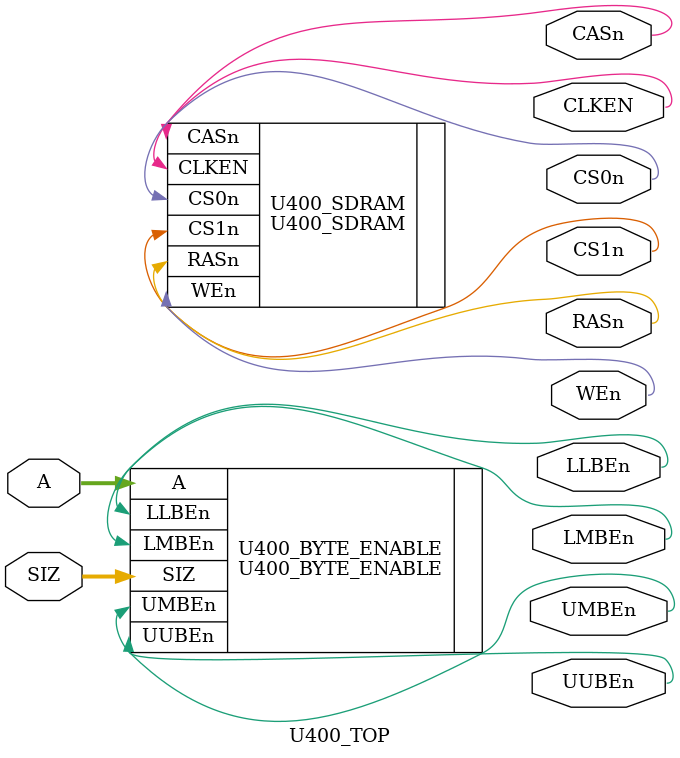
<source format=v>
module U400_TOP (

    input [1:0] A,
    input [1:0] SIZ,

    output UUBEn, UMBEn, LMBEn, LLBEn,
    output CS0n, CS1n, CLKEN, RASn, CASn, WEn

);

//////////////////////////
// SDRAM STATE MACHINE //
////////////////////////

U400_SDRAM U400_SDRAM (
    //OUTPUTS
    .CS0n (CS0n),
    .CS1n (CS1n),
    .CLKEN (CLKEN),
    .RASn (RASn),
    .CASn (CASn),
    .WEn (WEn)
);

///////////////////
// BYTE ENABLES //
/////////////////

U400_BYTE_ENABLE U400_BYTE_ENABLE (
    //INPUTS
    .A (A[1:0]),
    .SIZ (SIZ),

    //OUTPUTS
    .UUBEn (UUBEn),
    .UMBEn (UMBEn),
    .LMBEn (LMBEn),
    .LLBEn (LLBEn)
);

endmodule

</source>
